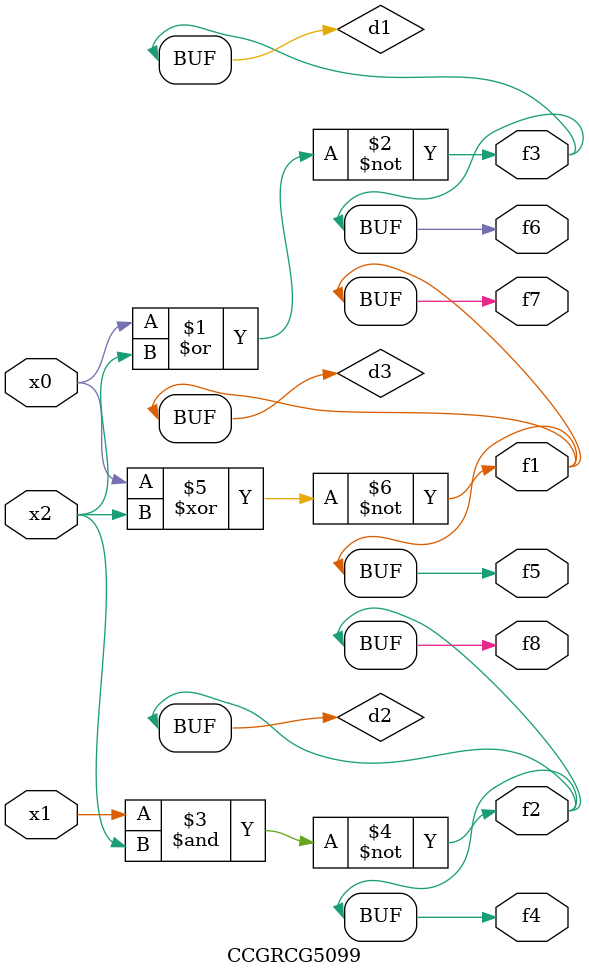
<source format=v>
module CCGRCG5099(
	input x0, x1, x2,
	output f1, f2, f3, f4, f5, f6, f7, f8
);

	wire d1, d2, d3;

	nor (d1, x0, x2);
	nand (d2, x1, x2);
	xnor (d3, x0, x2);
	assign f1 = d3;
	assign f2 = d2;
	assign f3 = d1;
	assign f4 = d2;
	assign f5 = d3;
	assign f6 = d1;
	assign f7 = d3;
	assign f8 = d2;
endmodule

</source>
